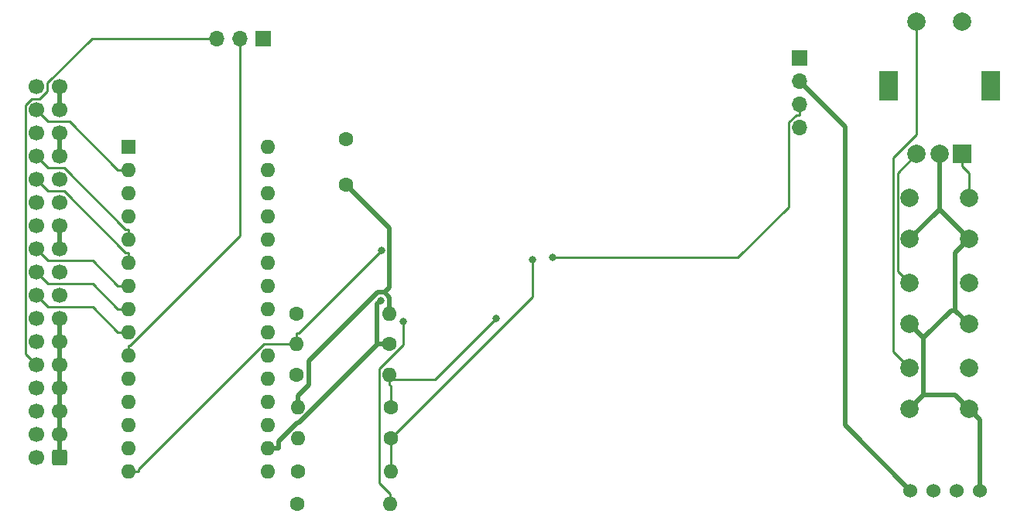
<source format=gbr>
%TF.GenerationSoftware,KiCad,Pcbnew,7.0.1*%
%TF.CreationDate,2024-04-08T12:28:37+03:00*%
%TF.ProjectId,delta_flop_arduino,64656c74-615f-4666-9c6f-705f61726475,rev?*%
%TF.SameCoordinates,Original*%
%TF.FileFunction,Copper,L2,Bot*%
%TF.FilePolarity,Positive*%
%FSLAX46Y46*%
G04 Gerber Fmt 4.6, Leading zero omitted, Abs format (unit mm)*
G04 Created by KiCad (PCBNEW 7.0.1) date 2024-04-08 12:28:37*
%MOMM*%
%LPD*%
G01*
G04 APERTURE LIST*
G04 Aperture macros list*
%AMRoundRect*
0 Rectangle with rounded corners*
0 $1 Rounding radius*
0 $2 $3 $4 $5 $6 $7 $8 $9 X,Y pos of 4 corners*
0 Add a 4 corners polygon primitive as box body*
4,1,4,$2,$3,$4,$5,$6,$7,$8,$9,$2,$3,0*
0 Add four circle primitives for the rounded corners*
1,1,$1+$1,$2,$3*
1,1,$1+$1,$4,$5*
1,1,$1+$1,$6,$7*
1,1,$1+$1,$8,$9*
0 Add four rect primitives between the rounded corners*
20,1,$1+$1,$2,$3,$4,$5,0*
20,1,$1+$1,$4,$5,$6,$7,0*
20,1,$1+$1,$6,$7,$8,$9,0*
20,1,$1+$1,$8,$9,$2,$3,0*%
G04 Aperture macros list end*
%TA.AperFunction,ComponentPad*%
%ADD10C,1.524000*%
%TD*%
%TA.AperFunction,ComponentPad*%
%ADD11C,1.600000*%
%TD*%
%TA.AperFunction,ComponentPad*%
%ADD12O,1.600000X1.600000*%
%TD*%
%TA.AperFunction,ComponentPad*%
%ADD13R,1.700000X1.700000*%
%TD*%
%TA.AperFunction,ComponentPad*%
%ADD14O,1.700000X1.700000*%
%TD*%
%TA.AperFunction,ComponentPad*%
%ADD15R,1.600000X1.600000*%
%TD*%
%TA.AperFunction,ComponentPad*%
%ADD16RoundRect,0.250000X0.600000X0.600000X-0.600000X0.600000X-0.600000X-0.600000X0.600000X-0.600000X0*%
%TD*%
%TA.AperFunction,ComponentPad*%
%ADD17C,1.700000*%
%TD*%
%TA.AperFunction,ComponentPad*%
%ADD18R,2.000000X2.000000*%
%TD*%
%TA.AperFunction,ComponentPad*%
%ADD19C,2.000000*%
%TD*%
%TA.AperFunction,ComponentPad*%
%ADD20R,2.000000X3.200000*%
%TD*%
%TA.AperFunction,ViaPad*%
%ADD21C,0.800000*%
%TD*%
%TA.AperFunction,Conductor*%
%ADD22C,0.500000*%
%TD*%
%TA.AperFunction,Conductor*%
%ADD23C,0.250000*%
%TD*%
G04 APERTURE END LIST*
D10*
%TO.P,J3,1,Pin_1*%
%TO.N,/5V*%
X208520000Y-155500000D03*
%TO.P,J3,2,Pin_2*%
%TO.N,unconnected-(J3-Pin_2-Pad2)*%
X211060000Y-155500000D03*
%TO.P,J3,3,Pin_3*%
%TO.N,unconnected-(J3-Pin_3-Pad3)*%
X213600000Y-155500000D03*
%TO.P,J3,4,Pin_4*%
%TO.N,GND*%
X216140000Y-155500000D03*
%TD*%
D11*
%TO.P,R6,1*%
%TO.N,Net-(J2-CD{slash}DAT3)*%
X151660000Y-146400000D03*
D12*
%TO.P,R6,2*%
%TO.N,GND*%
X141500000Y-146400000D03*
%TD*%
D13*
%TO.P,J1,1,Pin_1*%
%TO.N,GND*%
X196392800Y-108112400D03*
D14*
%TO.P,J1,2,Pin_2*%
%TO.N,/5V*%
X196392800Y-110652400D03*
%TO.P,J1,3,Pin_3*%
%TO.N,Net-(J1-Pin_3)*%
X196392800Y-113192400D03*
%TO.P,J1,4,Pin_4*%
%TO.N,Net-(J1-Pin_4)*%
X196392800Y-115732400D03*
%TD*%
D11*
%TO.P,R1,1*%
%TO.N,MOSI*%
X141420000Y-157000000D03*
D12*
%TO.P,R1,2*%
%TO.N,Net-(J2-CMD)*%
X151580000Y-157000000D03*
%TD*%
D11*
%TO.P,R3,1*%
%TO.N,SCK*%
X141500000Y-153400000D03*
D12*
%TO.P,R3,2*%
%TO.N,Net-(J2-CLK)*%
X151660000Y-153400000D03*
%TD*%
D11*
%TO.P,R7,1*%
%TO.N,Net-(J2-CMD)*%
X141340000Y-136100000D03*
D12*
%TO.P,R7,2*%
%TO.N,GND*%
X151500000Y-136100000D03*
%TD*%
D11*
%TO.P,R4,1*%
%TO.N,Net-(J2-CLK)*%
X151660000Y-149800000D03*
D12*
%TO.P,R4,2*%
%TO.N,GND*%
X141500000Y-149800000D03*
%TD*%
D15*
%TO.P,U1,1,D1/TX*%
%TO.N,Net-(D1-READ_DATA)*%
X122960000Y-117840000D03*
D12*
%TO.P,U1,2,D0/RX*%
%TO.N,Net-(D1-HEAD_SELECT)*%
X122960000Y-120380000D03*
%TO.P,U1,3,~{RESET}*%
%TO.N,unconnected-(U1-~{RESET}-Pad3)*%
X122960000Y-122920000D03*
%TO.P,U1,4,GND*%
%TO.N,GND*%
X122960000Y-125460000D03*
%TO.P,U1,5,D2*%
%TO.N,Net-(D1-WRITE_PROTECT)*%
X122960000Y-128000000D03*
%TO.P,U1,6,~D3*%
%TO.N,Net-(D1-TRACK)*%
X122960000Y-130540000D03*
%TO.P,U1,7,D4*%
%TO.N,Net-(D1-STEP)*%
X122960000Y-133080000D03*
%TO.P,U1,8,~D5*%
%TO.N,Net-(D1-DIRECTION)*%
X122960000Y-135620000D03*
%TO.P,U1,9,~D6*%
%TO.N,Net-(D1-MOTOR_1)*%
X122960000Y-138160000D03*
%TO.P,U1,10,D7*%
%TO.N,Net-(JP1-C)*%
X122960000Y-140700000D03*
%TO.P,U1,11,D8*%
%TO.N,Net-(D1-INDEX)*%
X122960000Y-143240000D03*
%TO.P,U1,12,~D9*%
%TO.N,unconnected-(U1-~D9-Pad12)*%
X122960000Y-145780000D03*
%TO.P,U1,13,~D10*%
%TO.N,SS*%
X122960000Y-148320000D03*
%TO.P,U1,14,~D11*%
%TO.N,MOSI*%
X122960000Y-150860000D03*
%TO.P,U1,15,D12*%
%TO.N,MISO*%
X122960000Y-153400000D03*
%TO.P,U1,16,D13*%
%TO.N,SCK*%
X138200000Y-153400000D03*
%TO.P,U1,17,3V3*%
%TO.N,/3.3V*%
X138200000Y-150860000D03*
%TO.P,U1,18,AREF*%
%TO.N,unconnected-(U1-AREF-Pad18)*%
X138200000Y-148320000D03*
%TO.P,U1,19,A0/D14*%
%TO.N,unconnected-(U1-A0{slash}D14-Pad19)*%
X138200000Y-145780000D03*
%TO.P,U1,20,A1/D15*%
%TO.N,Net-(U1-A1{slash}D15)*%
X138200000Y-143240000D03*
%TO.P,U1,21,A2/D16*%
%TO.N,Net-(U1-A2{slash}D16)*%
X138200000Y-140700000D03*
%TO.P,U1,22,A3/D17*%
%TO.N,Net-(U1-A3{slash}D17)*%
X138200000Y-138160000D03*
%TO.P,U1,23,A4/D18*%
%TO.N,Net-(J1-Pin_3)*%
X138200000Y-135620000D03*
%TO.P,U1,24,A5/D19*%
%TO.N,Net-(J1-Pin_4)*%
X138200000Y-133080000D03*
%TO.P,U1,25,A6/D20*%
%TO.N,unconnected-(U1-A6{slash}D20-Pad25)*%
X138200000Y-130540000D03*
%TO.P,U1,26,A7/D21*%
%TO.N,unconnected-(U1-A7{slash}D21-Pad26)*%
X138200000Y-128000000D03*
%TO.P,U1,27,+5V*%
%TO.N,/5V*%
X138200000Y-125460000D03*
%TO.P,U1,28,~{RESET}*%
%TO.N,unconnected-(U1-~{RESET}-Pad28)*%
X138200000Y-122920000D03*
%TO.P,U1,29,GND*%
%TO.N,GND*%
X138200000Y-120380000D03*
%TO.P,U1,30,VIN*%
%TO.N,unconnected-(U1-VIN-Pad30)*%
X138200000Y-117840000D03*
%TD*%
D11*
%TO.P,R5,1*%
%TO.N,/3.3V*%
X151560000Y-139400000D03*
D12*
%TO.P,R5,2*%
%TO.N,MISO*%
X141400000Y-139400000D03*
%TD*%
D11*
%TO.P,C1,1*%
%TO.N,GND*%
X146800000Y-122000000D03*
%TO.P,C1,2*%
X146800000Y-117000000D03*
%TD*%
D13*
%TO.P,JP1,1,A*%
%TO.N,Net-(D1-DRIVE_SELECT_1)*%
X137700000Y-106000000D03*
D14*
%TO.P,JP1,2,C*%
%TO.N,Net-(JP1-C)*%
X135160000Y-106000000D03*
%TO.P,JP1,3,B*%
%TO.N,Net-(D1-MOTOR_0)*%
X132620000Y-106000000D03*
%TD*%
D16*
%TO.P,D1,1,GND*%
%TO.N,GND*%
X115468400Y-151892000D03*
D17*
%TO.P,D1,2,DENSITY_SELECT*%
%TO.N,unconnected-(D1-DENSITY_SELECT-Pad2)*%
X112928400Y-151892000D03*
%TO.P,D1,3,GND*%
%TO.N,GND*%
X115468400Y-149352000D03*
%TO.P,D1,4,N/C*%
%TO.N,unconnected-(D1-N{slash}C-Pad4)*%
X112928400Y-149352000D03*
%TO.P,D1,5,GND*%
%TO.N,GND*%
X115468400Y-146812000D03*
%TO.P,D1,6,N/C*%
%TO.N,unconnected-(D1-N{slash}C-Pad6)*%
X112928400Y-146812000D03*
%TO.P,D1,7,GND*%
%TO.N,GND*%
X115468400Y-144272000D03*
%TO.P,D1,8,INDEX*%
%TO.N,Net-(D1-INDEX)*%
X112928400Y-144272000D03*
%TO.P,D1,9,GND*%
%TO.N,GND*%
X115468400Y-141732000D03*
%TO.P,D1,10,MOTOR_0*%
%TO.N,Net-(D1-MOTOR_0)*%
X112928400Y-141732000D03*
%TO.P,D1,11,GND*%
%TO.N,GND*%
X115468400Y-139192000D03*
%TO.P,D1,12,DRIVE_SELECT_1*%
%TO.N,Net-(D1-DRIVE_SELECT_1)*%
X112928400Y-139192000D03*
%TO.P,D1,13,GND*%
%TO.N,GND*%
X115468400Y-136652000D03*
%TO.P,D1,14,DRIVE_SELECT_0*%
%TO.N,unconnected-(D1-DRIVE_SELECT_0-Pad14)*%
X112928400Y-136652000D03*
%TO.P,D1,15,GND*%
%TO.N,GND*%
X115468400Y-134112000D03*
%TO.P,D1,16,MOTOR_1*%
%TO.N,Net-(D1-MOTOR_1)*%
X112928400Y-134112000D03*
%TO.P,D1,17,GND*%
%TO.N,GND*%
X115468400Y-131572000D03*
%TO.P,D1,18,DIRECTION*%
%TO.N,Net-(D1-DIRECTION)*%
X112928400Y-131572000D03*
%TO.P,D1,19,GND*%
%TO.N,GND*%
X115468400Y-129032000D03*
%TO.P,D1,20,STEP*%
%TO.N,Net-(D1-STEP)*%
X112928400Y-129032000D03*
%TO.P,D1,21,GND*%
%TO.N,GND*%
X115468400Y-126492000D03*
%TO.P,D1,22,WRITE_DATA*%
%TO.N,unconnected-(D1-WRITE_DATA-Pad22)*%
X112928400Y-126492000D03*
%TO.P,D1,23,GND*%
%TO.N,GND*%
X115468400Y-123952000D03*
%TO.P,D1,24,WRITE_GATE*%
%TO.N,unconnected-(D1-WRITE_GATE-Pad24)*%
X112928400Y-123952000D03*
%TO.P,D1,25,GND*%
%TO.N,GND*%
X115468400Y-121412000D03*
%TO.P,D1,26,TRACK*%
%TO.N,Net-(D1-TRACK)*%
X112928400Y-121412000D03*
%TO.P,D1,27,GND*%
%TO.N,GND*%
X115468400Y-118872000D03*
%TO.P,D1,28,WRITE_PROTECT*%
%TO.N,Net-(D1-WRITE_PROTECT)*%
X112928400Y-118872000D03*
%TO.P,D1,29,GND*%
%TO.N,GND*%
X115468400Y-116332000D03*
%TO.P,D1,30,READ_DATA*%
%TO.N,Net-(D1-READ_DATA)*%
X112928400Y-116332000D03*
%TO.P,D1,31,GND*%
%TO.N,GND*%
X115468400Y-113792000D03*
%TO.P,D1,32,HEAD_SELECT*%
%TO.N,Net-(D1-HEAD_SELECT)*%
X112928400Y-113792000D03*
%TO.P,D1,33,GND*%
%TO.N,GND*%
X115468400Y-111252000D03*
%TO.P,D1,34,DISK_CHANGE*%
%TO.N,unconnected-(D1-DISK_CHANGE-Pad34)*%
X112928400Y-111252000D03*
%TD*%
D11*
%TO.P,R2,1*%
%TO.N,SS*%
X141400000Y-142800000D03*
D12*
%TO.P,R2,2*%
%TO.N,Net-(J2-CD{slash}DAT3)*%
X151560000Y-142800000D03*
%TD*%
D18*
%TO.P,SW1,A,A*%
%TO.N,Net-(U1-A2{slash}D16)*%
X214200000Y-118650000D03*
D19*
%TO.P,SW1,B,B*%
%TO.N,Net-(U1-A3{slash}D17)*%
X209200000Y-118650000D03*
%TO.P,SW1,C,C*%
%TO.N,GND*%
X211700000Y-118650000D03*
D20*
%TO.P,SW1,MP*%
%TO.N,N/C*%
X206100000Y-111150000D03*
X217300000Y-111150000D03*
D19*
%TO.P,SW1,S1,S1*%
%TO.N,Net-(U1-A1{slash}D15)*%
X209200000Y-104150000D03*
%TO.P,SW1,S2,S2*%
%TO.N,GND*%
X214200000Y-104150000D03*
%TD*%
%TO.P,SW2,1,1*%
%TO.N,Net-(U1-A2{slash}D16)*%
X214950000Y-123462800D03*
X208450000Y-123462800D03*
%TO.P,SW2,2,2*%
%TO.N,GND*%
X214950000Y-127962800D03*
X208450000Y-127962800D03*
%TD*%
%TO.P,SW3,1,1*%
%TO.N,Net-(U1-A3{slash}D17)*%
X214950000Y-132775600D03*
X208450000Y-132775600D03*
%TO.P,SW3,2,2*%
%TO.N,GND*%
X214950000Y-137275600D03*
X208450000Y-137275600D03*
%TD*%
%TO.P,SW4,1,1*%
%TO.N,Net-(U1-A1{slash}D15)*%
X214950000Y-142088400D03*
X208450000Y-142088400D03*
%TO.P,SW4,2,2*%
%TO.N,GND*%
X214950000Y-146588400D03*
X208450000Y-146588400D03*
%TD*%
D21*
%TO.N,Net-(J1-Pin_3)*%
X169350200Y-129998200D03*
%TO.N,Net-(J2-CD{slash}DAT3)*%
X163218200Y-136673000D03*
%TO.N,MISO*%
X150647200Y-129226900D03*
%TO.N,Net-(J2-CMD)*%
X153071800Y-136951900D03*
%TO.N,Net-(J2-CLK)*%
X167158100Y-130175000D03*
%TO.N,/3.3V*%
X150609600Y-134667300D03*
%TD*%
D22*
%TO.N,GND*%
X115468400Y-149352000D02*
X115468400Y-151892000D01*
X208450000Y-137275600D02*
X209974800Y-138800400D01*
X213454600Y-135780200D02*
X212995000Y-135780200D01*
X209974800Y-138800400D02*
X209974800Y-145063600D01*
X115468400Y-111252000D02*
X115468400Y-113792000D01*
X209974800Y-145063600D02*
X208450000Y-146588400D01*
X115468400Y-116332000D02*
X115468400Y-118872000D01*
X142751900Y-143896200D02*
X142751900Y-141281100D01*
X151512000Y-126712000D02*
X151512000Y-133268000D01*
X211700000Y-124712800D02*
X208450000Y-127962800D01*
X209974800Y-145063600D02*
X213425200Y-145063600D01*
X115468400Y-141732000D02*
X115468400Y-144272000D01*
X115468400Y-144272000D02*
X115468400Y-146812000D01*
X141500000Y-145148100D02*
X142751900Y-143896200D01*
X151512000Y-133268000D02*
X150975300Y-133804700D01*
X115468400Y-139192000D02*
X115468400Y-141732000D01*
X115468400Y-136652000D02*
X115468400Y-139192000D01*
X151500000Y-134329400D02*
X151500000Y-136100000D01*
X213425200Y-145063600D02*
X214950000Y-146588400D01*
X216140000Y-147778400D02*
X214950000Y-146588400D01*
X212995000Y-135780200D02*
X209974800Y-138800400D01*
X211700000Y-124712800D02*
X214950000Y-127962800D01*
X150975300Y-133804700D02*
X151500000Y-134329400D01*
X150228300Y-133804700D02*
X150975300Y-133804700D01*
X142751900Y-141281100D02*
X150228300Y-133804700D01*
X146800000Y-122000000D02*
X151512000Y-126712000D01*
X211700000Y-118650000D02*
X211700000Y-124712800D01*
X216140000Y-155500000D02*
X216140000Y-147778400D01*
X214950000Y-127962800D02*
X213454600Y-129458200D01*
X141500000Y-146400000D02*
X141500000Y-145148100D01*
X213454600Y-129458200D02*
X213454600Y-135780200D01*
X115468400Y-146812000D02*
X115468400Y-149352000D01*
X213454600Y-135780200D02*
X214950000Y-137275600D01*
X115468400Y-126492000D02*
X115468400Y-129032000D01*
D23*
%TO.N,Net-(D1-MOTOR_0)*%
X118991300Y-106000000D02*
X132620000Y-106000000D01*
X114138700Y-110852600D02*
X118991300Y-106000000D01*
X111727900Y-140531500D02*
X111727900Y-113308900D01*
X113244300Y-112615100D02*
X114138700Y-111720700D01*
X112421700Y-112615100D02*
X113244300Y-112615100D01*
X111727900Y-113308900D02*
X112421700Y-112615100D01*
X112928400Y-141732000D02*
X111727900Y-140531500D01*
X114138700Y-111720700D02*
X114138700Y-110852600D01*
%TO.N,Net-(D1-MOTOR_1)*%
X121833100Y-138160000D02*
X119055100Y-135382000D01*
X114198400Y-135382000D02*
X112928400Y-134112000D01*
X119055100Y-135382000D02*
X114198400Y-135382000D01*
X122960000Y-138160000D02*
X121833100Y-138160000D01*
%TO.N,Net-(D1-DIRECTION)*%
X112928400Y-131572000D02*
X114198400Y-132842000D01*
X122960000Y-135620000D02*
X121833100Y-135620000D01*
X119055100Y-132842000D02*
X121833100Y-135620000D01*
X114198400Y-132842000D02*
X119055100Y-132842000D01*
%TO.N,Net-(D1-STEP)*%
X114198400Y-130302000D02*
X119055100Y-130302000D01*
X119055100Y-130302000D02*
X121833100Y-133080000D01*
X122960000Y-133080000D02*
X121833100Y-133080000D01*
X112928400Y-129032000D02*
X114198400Y-130302000D01*
%TO.N,Net-(D1-TRACK)*%
X122668200Y-129413100D02*
X122960000Y-129413100D01*
X112928400Y-121412000D02*
X114198400Y-122682000D01*
X115937100Y-122682000D02*
X122668200Y-129413100D01*
X122960000Y-130540000D02*
X122960000Y-129413100D01*
X114198400Y-122682000D02*
X115937100Y-122682000D01*
%TO.N,Net-(D1-WRITE_PROTECT)*%
X114198400Y-120142000D02*
X115937100Y-120142000D01*
X122960000Y-128000000D02*
X122960000Y-126873100D01*
X115937100Y-120142000D02*
X122668200Y-126873100D01*
X122668200Y-126873100D02*
X122960000Y-126873100D01*
X112928400Y-118872000D02*
X114198400Y-120142000D01*
%TO.N,Net-(D1-HEAD_SELECT)*%
X122960000Y-120380000D02*
X121833100Y-120380000D01*
X116515100Y-115062000D02*
X121833100Y-120380000D01*
X112928400Y-113792000D02*
X114198400Y-115062000D01*
X114198400Y-115062000D02*
X116515100Y-115062000D01*
%TO.N,Net-(J1-Pin_3)*%
X189660800Y-129998200D02*
X169350200Y-129998200D01*
X195215900Y-115178300D02*
X195215900Y-124443100D01*
X196024900Y-114369300D02*
X195215900Y-115178300D01*
X195215900Y-124443100D02*
X189660800Y-129998200D01*
X196392800Y-114369300D02*
X196024900Y-114369300D01*
X196392800Y-113192400D02*
X196392800Y-114369300D01*
%TO.N,Net-(J2-CD{slash}DAT3)*%
X151560000Y-143363400D02*
X156527800Y-143363400D01*
X151560000Y-142800000D02*
X151560000Y-143363400D01*
X151660000Y-144026900D02*
X151660000Y-146400000D01*
X151560000Y-143363400D02*
X151560000Y-143926900D01*
X151560000Y-143926900D02*
X151660000Y-144026900D01*
X156527800Y-143363400D02*
X163218200Y-136673000D01*
%TO.N,MISO*%
X137805200Y-139400000D02*
X141400000Y-139400000D01*
X141400000Y-138273100D02*
X141601000Y-138273100D01*
X141601000Y-138273100D02*
X150647200Y-129226900D01*
X122960000Y-153400000D02*
X124086900Y-153400000D01*
X141400000Y-139400000D02*
X141400000Y-138273100D01*
X124086900Y-153400000D02*
X124086900Y-153118300D01*
X124086900Y-153118300D02*
X137805200Y-139400000D01*
D22*
%TO.N,/5V*%
X196392800Y-110652400D02*
X201376400Y-115636000D01*
X201376400Y-148356400D02*
X208520000Y-155500000D01*
X201376400Y-115636000D02*
X201376400Y-148356400D01*
D23*
%TO.N,Net-(J2-CMD)*%
X153071800Y-139492400D02*
X150420000Y-142144200D01*
X150420000Y-154713100D02*
X151580000Y-155873100D01*
X153071800Y-136951900D02*
X153071800Y-139492400D01*
X151580000Y-157000000D02*
X151580000Y-155873100D01*
X150420000Y-142144200D02*
X150420000Y-154713100D01*
%TO.N,Net-(J2-CLK)*%
X151660000Y-149800000D02*
X151660000Y-153400000D01*
X167158100Y-134301900D02*
X151660000Y-149800000D01*
X167158100Y-130175000D02*
X167158100Y-134301900D01*
%TO.N,Net-(U1-A2{slash}D16)*%
X214200000Y-118650000D02*
X214200000Y-119976900D01*
X214950000Y-120726900D02*
X214950000Y-123462800D01*
X214200000Y-119976900D02*
X214950000Y-120726900D01*
%TO.N,Net-(U1-A3{slash}D17)*%
X208450000Y-132775600D02*
X207115000Y-131440600D01*
X207115000Y-131440600D02*
X207115000Y-120735000D01*
X207115000Y-120735000D02*
X209200000Y-118650000D01*
%TO.N,Net-(U1-A1{slash}D15)*%
X209200000Y-116486000D02*
X206656800Y-119029200D01*
X206656800Y-140295200D02*
X208450000Y-142088400D01*
X206656800Y-119029200D02*
X206656800Y-140295200D01*
X209200000Y-104150000D02*
X209200000Y-116486000D01*
%TO.N,Net-(JP1-C)*%
X123193500Y-139573100D02*
X122960000Y-139573100D01*
X122960000Y-140700000D02*
X122960000Y-139573100D01*
X135160000Y-106000000D02*
X135160000Y-127606600D01*
X135160000Y-127606600D02*
X123193500Y-139573100D01*
D22*
%TO.N,/3.3V*%
X150209200Y-135067700D02*
X150609600Y-134667300D01*
X150209100Y-139484400D02*
X150209100Y-139400000D01*
X150209100Y-139400000D02*
X150209200Y-139400000D01*
X141429500Y-148100000D02*
X141593500Y-148100000D01*
X138200000Y-150860000D02*
X139451900Y-150860000D01*
X141593500Y-148100000D02*
X150209100Y-139484400D01*
X150209200Y-139400000D02*
X151560000Y-139400000D01*
X139451900Y-150077600D02*
X141429500Y-148100000D01*
X139451900Y-150860000D02*
X139451900Y-150077600D01*
X150209200Y-139400000D02*
X150209200Y-135067700D01*
%TD*%
M02*

</source>
